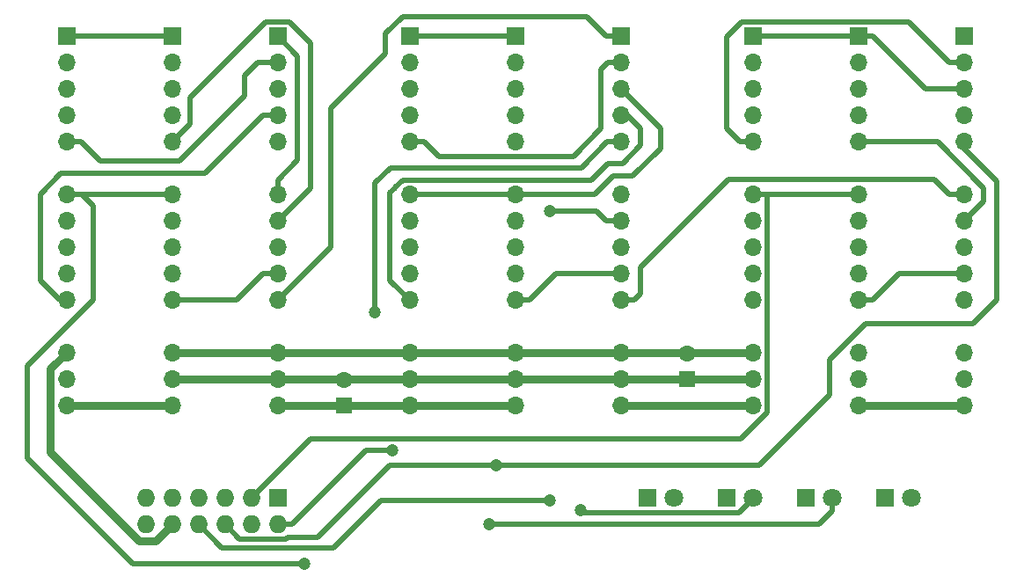
<source format=gbr>
G04 #@! TF.GenerationSoftware,KiCad,Pcbnew,5.0.2+dfsg1-1*
G04 #@! TF.CreationDate,2020-04-17T14:26:07+02:00*
G04 #@! TF.ProjectId,inc-dec,696e632d-6465-4632-9e6b-696361645f70,rev?*
G04 #@! TF.SameCoordinates,Original*
G04 #@! TF.FileFunction,Copper,L1,Top*
G04 #@! TF.FilePolarity,Positive*
%FSLAX46Y46*%
G04 Gerber Fmt 4.6, Leading zero omitted, Abs format (unit mm)*
G04 Created by KiCad (PCBNEW 5.0.2+dfsg1-1) date Fri 17 Apr 2020 02:26:07 PM CEST*
%MOMM*%
%LPD*%
G01*
G04 APERTURE LIST*
G04 #@! TA.AperFunction,ComponentPad*
%ADD10R,1.600000X1.600000*%
G04 #@! TD*
G04 #@! TA.AperFunction,ComponentPad*
%ADD11C,1.600000*%
G04 #@! TD*
G04 #@! TA.AperFunction,ComponentPad*
%ADD12R,1.727200X1.727200*%
G04 #@! TD*
G04 #@! TA.AperFunction,ComponentPad*
%ADD13O,1.727200X1.727200*%
G04 #@! TD*
G04 #@! TA.AperFunction,ComponentPad*
%ADD14R,1.700000X1.700000*%
G04 #@! TD*
G04 #@! TA.AperFunction,ComponentPad*
%ADD15O,1.700000X1.700000*%
G04 #@! TD*
G04 #@! TA.AperFunction,ComponentPad*
%ADD16R,1.800000X1.800000*%
G04 #@! TD*
G04 #@! TA.AperFunction,ComponentPad*
%ADD17C,1.800000*%
G04 #@! TD*
G04 #@! TA.AperFunction,ViaPad*
%ADD18C,1.200000*%
G04 #@! TD*
G04 #@! TA.AperFunction,Conductor*
%ADD19C,0.500000*%
G04 #@! TD*
G04 #@! TA.AperFunction,Conductor*
%ADD20C,0.800000*%
G04 #@! TD*
G04 APERTURE END LIST*
D10*
G04 #@! TO.P,C19,1*
G04 #@! TO.N,/+5V*
X46990000Y-53340000D03*
D11*
G04 #@! TO.P,C19,2*
G04 #@! TO.N,/GND*
X46990000Y-50840000D03*
G04 #@! TD*
G04 #@! TO.P,C20,2*
G04 #@! TO.N,/-5V*
X80010000Y-48300000D03*
D10*
G04 #@! TO.P,C20,1*
G04 #@! TO.N,/GND*
X80010000Y-50800000D03*
G04 #@! TD*
D12*
G04 #@! TO.P,J1,1*
G04 #@! TO.N,/Alo*
X40640000Y-62230000D03*
D13*
G04 #@! TO.P,J1,2*
G04 #@! TO.N,/Ami*
X40640000Y-64770000D03*
G04 #@! TO.P,J1,3*
G04 #@! TO.N,/Ahi*
X38100000Y-62230000D03*
G04 #@! TO.P,J1,4*
G04 #@! TO.N,/Slo*
X38100000Y-64770000D03*
G04 #@! TO.P,J1,5*
G04 #@! TO.N,/Smi*
X35560000Y-62230000D03*
G04 #@! TO.P,J1,6*
G04 #@! TO.N,/Shi*
X35560000Y-64770000D03*
G04 #@! TO.P,J1,7*
G04 #@! TO.N,/OC1*
X33020000Y-62230000D03*
G04 #@! TO.P,J1,8*
G04 #@! TO.N,/FLAG_A*
X33020000Y-64770000D03*
G04 #@! TO.P,J1,9*
G04 #@! TO.N,Net-(J1-Pad9)*
X30480000Y-62230000D03*
G04 #@! TO.P,J1,10*
G04 #@! TO.N,/-5V*
X30480000Y-64770000D03*
G04 #@! TO.P,J1,11*
G04 #@! TO.N,/GND*
X27940000Y-62230000D03*
G04 #@! TO.P,J1,12*
G04 #@! TO.N,/+5V*
X27940000Y-64770000D03*
G04 #@! TD*
D14*
G04 #@! TO.P,U1,1*
G04 #@! TO.N,/Alo*
X20320000Y-17780000D03*
D15*
G04 #@! TO.P,U1,2*
G04 #@! TO.N,Net-(R1-Pad1)*
X20320000Y-20320000D03*
G04 #@! TO.P,U1,3*
G04 #@! TO.N,Net-(R2-Pad1)*
X20320000Y-22860000D03*
G04 #@! TO.P,U1,4*
G04 #@! TO.N,Net-(R3-Pad1)*
X20320000Y-25400000D03*
G04 #@! TO.P,U1,5*
G04 #@! TO.N,Net-(U1-Pad5)*
X20320000Y-27940000D03*
G04 #@! TO.P,U1,6*
G04 #@! TO.N,/Alo*
X20320000Y-33020000D03*
G04 #@! TO.P,U1,7*
G04 #@! TO.N,Net-(R4-Pad1)*
X20320000Y-35560000D03*
G04 #@! TO.P,U1,8*
G04 #@! TO.N,Net-(R5-Pad1)*
X20320000Y-38100000D03*
G04 #@! TO.P,U1,9*
G04 #@! TO.N,Net-(R6-Pad1)*
X20320000Y-40640000D03*
G04 #@! TO.P,U1,10*
G04 #@! TO.N,Net-(U1-Pad10)*
X20320000Y-43180000D03*
G04 #@! TO.P,U1,11*
G04 #@! TO.N,/-5V*
X20320000Y-48260000D03*
G04 #@! TO.P,U1,12*
G04 #@! TO.N,/GND*
X20320000Y-50800000D03*
G04 #@! TO.P,U1,13*
G04 #@! TO.N,/+5V*
X20320000Y-53340000D03*
G04 #@! TD*
D14*
G04 #@! TO.P,U2,1*
G04 #@! TO.N,/Alo*
X30480000Y-17780000D03*
D15*
G04 #@! TO.P,U2,2*
G04 #@! TO.N,Net-(R7-Pad1)*
X30480000Y-20320000D03*
G04 #@! TO.P,U2,3*
G04 #@! TO.N,Net-(R8-Pad1)*
X30480000Y-22860000D03*
G04 #@! TO.P,U2,4*
G04 #@! TO.N,Net-(R9-Pad1)*
X30480000Y-25400000D03*
G04 #@! TO.P,U2,5*
G04 #@! TO.N,Net-(U2-Pad5)*
X30480000Y-27940000D03*
G04 #@! TO.P,U2,6*
G04 #@! TO.N,/Alo*
X30480000Y-33020000D03*
G04 #@! TO.P,U2,7*
G04 #@! TO.N,Net-(R10-Pad1)*
X30480000Y-35560000D03*
G04 #@! TO.P,U2,8*
G04 #@! TO.N,Net-(R11-Pad1)*
X30480000Y-38100000D03*
G04 #@! TO.P,U2,9*
G04 #@! TO.N,Net-(R12-Pad1)*
X30480000Y-40640000D03*
G04 #@! TO.P,U2,10*
G04 #@! TO.N,Net-(U2-Pad10)*
X30480000Y-43180000D03*
G04 #@! TO.P,U2,11*
G04 #@! TO.N,/-5V*
X30480000Y-48260000D03*
G04 #@! TO.P,U2,12*
G04 #@! TO.N,/GND*
X30480000Y-50800000D03*
G04 #@! TO.P,U2,13*
G04 #@! TO.N,/+5V*
X30480000Y-53340000D03*
G04 #@! TD*
G04 #@! TO.P,U3,13*
G04 #@! TO.N,/+5V*
X40640000Y-53340000D03*
G04 #@! TO.P,U3,12*
G04 #@! TO.N,/GND*
X40640000Y-50800000D03*
G04 #@! TO.P,U3,11*
G04 #@! TO.N,/-5V*
X40640000Y-48260000D03*
G04 #@! TO.P,U3,10*
G04 #@! TO.N,/Clo*
X40640000Y-43180000D03*
G04 #@! TO.P,U3,9*
G04 #@! TO.N,Net-(U2-Pad10)*
X40640000Y-40640000D03*
G04 #@! TO.P,U3,8*
G04 #@! TO.N,Net-(R13-Pad1)*
X40640000Y-38100000D03*
G04 #@! TO.P,U3,7*
G04 #@! TO.N,Net-(U2-Pad5)*
X40640000Y-35560000D03*
G04 #@! TO.P,U3,6*
G04 #@! TO.N,/OC1*
X40640000Y-33020000D03*
G04 #@! TO.P,U3,5*
G04 #@! TO.N,/Slo*
X40640000Y-27940000D03*
G04 #@! TO.P,U3,4*
G04 #@! TO.N,Net-(U1-Pad10)*
X40640000Y-25400000D03*
G04 #@! TO.P,U3,3*
G04 #@! TO.N,/Alo*
X40640000Y-22860000D03*
G04 #@! TO.P,U3,2*
G04 #@! TO.N,Net-(U1-Pad5)*
X40640000Y-20320000D03*
D14*
G04 #@! TO.P,U3,1*
G04 #@! TO.N,/OC1*
X40640000Y-17780000D03*
G04 #@! TD*
G04 #@! TO.P,U4,1*
G04 #@! TO.N,/Ami*
X53340000Y-17780000D03*
D15*
G04 #@! TO.P,U4,2*
G04 #@! TO.N,Net-(R14-Pad1)*
X53340000Y-20320000D03*
G04 #@! TO.P,U4,3*
G04 #@! TO.N,Net-(R15-Pad1)*
X53340000Y-22860000D03*
G04 #@! TO.P,U4,4*
G04 #@! TO.N,Net-(R16-Pad1)*
X53340000Y-25400000D03*
G04 #@! TO.P,U4,5*
G04 #@! TO.N,Net-(U4-Pad5)*
X53340000Y-27940000D03*
G04 #@! TO.P,U4,6*
G04 #@! TO.N,/Ami*
X53340000Y-33020000D03*
G04 #@! TO.P,U4,7*
G04 #@! TO.N,Net-(R17-Pad1)*
X53340000Y-35560000D03*
G04 #@! TO.P,U4,8*
G04 #@! TO.N,Net-(R18-Pad1)*
X53340000Y-38100000D03*
G04 #@! TO.P,U4,9*
G04 #@! TO.N,Net-(R19-Pad1)*
X53340000Y-40640000D03*
G04 #@! TO.P,U4,10*
G04 #@! TO.N,Net-(U4-Pad10)*
X53340000Y-43180000D03*
G04 #@! TO.P,U4,11*
G04 #@! TO.N,/-5V*
X53340000Y-48260000D03*
G04 #@! TO.P,U4,12*
G04 #@! TO.N,/GND*
X53340000Y-50800000D03*
G04 #@! TO.P,U4,13*
G04 #@! TO.N,/+5V*
X53340000Y-53340000D03*
G04 #@! TD*
G04 #@! TO.P,U5,13*
G04 #@! TO.N,/+5V*
X63500000Y-53340000D03*
G04 #@! TO.P,U5,12*
G04 #@! TO.N,/GND*
X63500000Y-50800000D03*
G04 #@! TO.P,U5,11*
G04 #@! TO.N,/-5V*
X63500000Y-48260000D03*
G04 #@! TO.P,U5,10*
G04 #@! TO.N,Net-(U5-Pad10)*
X63500000Y-43180000D03*
G04 #@! TO.P,U5,9*
G04 #@! TO.N,Net-(R25-Pad1)*
X63500000Y-40640000D03*
G04 #@! TO.P,U5,8*
G04 #@! TO.N,Net-(R24-Pad1)*
X63500000Y-38100000D03*
G04 #@! TO.P,U5,7*
G04 #@! TO.N,Net-(R23-Pad1)*
X63500000Y-35560000D03*
G04 #@! TO.P,U5,6*
G04 #@! TO.N,/Ami*
X63500000Y-33020000D03*
G04 #@! TO.P,U5,5*
G04 #@! TO.N,Net-(U5-Pad5)*
X63500000Y-27940000D03*
G04 #@! TO.P,U5,4*
G04 #@! TO.N,Net-(R22-Pad1)*
X63500000Y-25400000D03*
G04 #@! TO.P,U5,3*
G04 #@! TO.N,Net-(R21-Pad1)*
X63500000Y-22860000D03*
G04 #@! TO.P,U5,2*
G04 #@! TO.N,Net-(R20-Pad1)*
X63500000Y-20320000D03*
D14*
G04 #@! TO.P,U5,1*
G04 #@! TO.N,/Ami*
X63500000Y-17780000D03*
G04 #@! TD*
G04 #@! TO.P,U6,1*
G04 #@! TO.N,/Clo*
X73660000Y-17780000D03*
D15*
G04 #@! TO.P,U6,2*
G04 #@! TO.N,Net-(U4-Pad5)*
X73660000Y-20320000D03*
G04 #@! TO.P,U6,3*
G04 #@! TO.N,/Ami*
X73660000Y-22860000D03*
G04 #@! TO.P,U6,4*
G04 #@! TO.N,Net-(U4-Pad10)*
X73660000Y-25400000D03*
G04 #@! TO.P,U6,5*
G04 #@! TO.N,/Smi*
X73660000Y-27940000D03*
G04 #@! TO.P,U6,6*
G04 #@! TO.N,/Clo*
X73660000Y-33020000D03*
G04 #@! TO.P,U6,7*
G04 #@! TO.N,Net-(U5-Pad5)*
X73660000Y-35560000D03*
G04 #@! TO.P,U6,8*
G04 #@! TO.N,Net-(R26-Pad1)*
X73660000Y-38100000D03*
G04 #@! TO.P,U6,9*
G04 #@! TO.N,Net-(U5-Pad10)*
X73660000Y-40640000D03*
G04 #@! TO.P,U6,10*
G04 #@! TO.N,/Cmi*
X73660000Y-43180000D03*
G04 #@! TO.P,U6,11*
G04 #@! TO.N,/-5V*
X73660000Y-48260000D03*
G04 #@! TO.P,U6,12*
G04 #@! TO.N,/GND*
X73660000Y-50800000D03*
G04 #@! TO.P,U6,13*
G04 #@! TO.N,/+5V*
X73660000Y-53340000D03*
G04 #@! TD*
G04 #@! TO.P,U7,13*
G04 #@! TO.N,/+5V*
X86360000Y-53340000D03*
G04 #@! TO.P,U7,12*
G04 #@! TO.N,/GND*
X86360000Y-50800000D03*
G04 #@! TO.P,U7,11*
G04 #@! TO.N,/-5V*
X86360000Y-48260000D03*
G04 #@! TO.P,U7,10*
G04 #@! TO.N,Net-(U7-Pad10)*
X86360000Y-43180000D03*
G04 #@! TO.P,U7,9*
G04 #@! TO.N,Net-(R32-Pad1)*
X86360000Y-40640000D03*
G04 #@! TO.P,U7,8*
G04 #@! TO.N,Net-(R31-Pad1)*
X86360000Y-38100000D03*
G04 #@! TO.P,U7,7*
G04 #@! TO.N,Net-(R30-Pad1)*
X86360000Y-35560000D03*
G04 #@! TO.P,U7,6*
G04 #@! TO.N,/Ahi*
X86360000Y-33020000D03*
G04 #@! TO.P,U7,5*
G04 #@! TO.N,Net-(U7-Pad5)*
X86360000Y-27940000D03*
G04 #@! TO.P,U7,4*
G04 #@! TO.N,Net-(R29-Pad1)*
X86360000Y-25400000D03*
G04 #@! TO.P,U7,3*
G04 #@! TO.N,Net-(R28-Pad1)*
X86360000Y-22860000D03*
G04 #@! TO.P,U7,2*
G04 #@! TO.N,Net-(R27-Pad1)*
X86360000Y-20320000D03*
D14*
G04 #@! TO.P,U7,1*
G04 #@! TO.N,/Ahi*
X86360000Y-17780000D03*
G04 #@! TD*
G04 #@! TO.P,U8,1*
G04 #@! TO.N,/Ahi*
X96520000Y-17780000D03*
D15*
G04 #@! TO.P,U8,2*
G04 #@! TO.N,Net-(R33-Pad1)*
X96520000Y-20320000D03*
G04 #@! TO.P,U8,3*
G04 #@! TO.N,Net-(R34-Pad1)*
X96520000Y-22860000D03*
G04 #@! TO.P,U8,4*
G04 #@! TO.N,Net-(R35-Pad1)*
X96520000Y-25400000D03*
G04 #@! TO.P,U8,5*
G04 #@! TO.N,Net-(U8-Pad5)*
X96520000Y-27940000D03*
G04 #@! TO.P,U8,6*
G04 #@! TO.N,/Ahi*
X96520000Y-33020000D03*
G04 #@! TO.P,U8,7*
G04 #@! TO.N,Net-(R36-Pad1)*
X96520000Y-35560000D03*
G04 #@! TO.P,U8,8*
G04 #@! TO.N,Net-(R37-Pad1)*
X96520000Y-38100000D03*
G04 #@! TO.P,U8,9*
G04 #@! TO.N,Net-(R38-Pad1)*
X96520000Y-40640000D03*
G04 #@! TO.P,U8,10*
G04 #@! TO.N,Net-(U8-Pad10)*
X96520000Y-43180000D03*
G04 #@! TO.P,U8,11*
G04 #@! TO.N,/-5V*
X96520000Y-48260000D03*
G04 #@! TO.P,U8,12*
G04 #@! TO.N,/GND*
X96520000Y-50800000D03*
G04 #@! TO.P,U8,13*
G04 #@! TO.N,/+5V*
X96520000Y-53340000D03*
G04 #@! TD*
G04 #@! TO.P,U9,13*
G04 #@! TO.N,/+5V*
X106680000Y-53340000D03*
G04 #@! TO.P,U9,12*
G04 #@! TO.N,/GND*
X106680000Y-50800000D03*
G04 #@! TO.P,U9,11*
G04 #@! TO.N,/-5V*
X106680000Y-48260000D03*
G04 #@! TO.P,U9,10*
G04 #@! TO.N,/FLAG_A*
X106680000Y-43180000D03*
G04 #@! TO.P,U9,9*
G04 #@! TO.N,Net-(U8-Pad10)*
X106680000Y-40640000D03*
G04 #@! TO.P,U9,8*
G04 #@! TO.N,Net-(R39-Pad1)*
X106680000Y-38100000D03*
G04 #@! TO.P,U9,7*
G04 #@! TO.N,Net-(U8-Pad5)*
X106680000Y-35560000D03*
G04 #@! TO.P,U9,6*
G04 #@! TO.N,/Cmi*
X106680000Y-33020000D03*
G04 #@! TO.P,U9,5*
G04 #@! TO.N,/Shi*
X106680000Y-27940000D03*
G04 #@! TO.P,U9,4*
G04 #@! TO.N,Net-(U7-Pad10)*
X106680000Y-25400000D03*
G04 #@! TO.P,U9,3*
G04 #@! TO.N,/Ahi*
X106680000Y-22860000D03*
G04 #@! TO.P,U9,2*
G04 #@! TO.N,Net-(U7-Pad5)*
X106680000Y-20320000D03*
D14*
G04 #@! TO.P,U9,1*
G04 #@! TO.N,/Cmi*
X106680000Y-17780000D03*
G04 #@! TD*
D16*
G04 #@! TO.P,D1,1*
G04 #@! TO.N,Net-(D1-Pad1)*
X99060000Y-62230000D03*
D17*
G04 #@! TO.P,D1,2*
G04 #@! TO.N,Net-(D1-Pad2)*
X101600000Y-62230000D03*
G04 #@! TD*
G04 #@! TO.P,D2,2*
G04 #@! TO.N,Net-(D2-Pad2)*
X93980000Y-62230000D03*
D16*
G04 #@! TO.P,D2,1*
G04 #@! TO.N,Net-(D2-Pad1)*
X91440000Y-62230000D03*
G04 #@! TD*
G04 #@! TO.P,D3,1*
G04 #@! TO.N,Net-(D3-Pad1)*
X83820000Y-62230000D03*
D17*
G04 #@! TO.P,D3,2*
G04 #@! TO.N,Net-(D3-Pad2)*
X86360000Y-62230000D03*
G04 #@! TD*
G04 #@! TO.P,D4,2*
G04 #@! TO.N,Net-(D4-Pad2)*
X78740000Y-62230000D03*
D16*
G04 #@! TO.P,D4,1*
G04 #@! TO.N,Net-(D4-Pad1)*
X76200000Y-62230000D03*
G04 #@! TD*
D18*
G04 #@! TO.N,Net-(D2-Pad2)*
X60960010Y-64770000D03*
G04 #@! TO.N,Net-(D3-Pad2)*
X69754200Y-63437500D03*
G04 #@! TO.N,/Alo*
X43180000Y-68580000D03*
G04 #@! TO.N,/Ami*
X51659800Y-57676200D03*
G04 #@! TO.N,/Smi*
X49980400Y-44339900D03*
G04 #@! TO.N,/Shi*
X61634300Y-59077000D03*
G04 #@! TO.N,/FLAG_A*
X66848900Y-62490200D03*
G04 #@! TO.N,Net-(U5-Pad5)*
X66798900Y-34652200D03*
G04 #@! TD*
D19*
G04 #@! TO.N,Net-(D2-Pad2)*
X93980000Y-62230000D02*
X93980000Y-63502792D01*
X93980000Y-63502792D02*
X92712792Y-64770000D01*
X61808538Y-64770000D02*
X60960010Y-64770000D01*
X92712792Y-64770000D02*
X61808538Y-64770000D01*
G04 #@! TO.N,Net-(D3-Pad2)*
X86360000Y-62230000D02*
X86360000Y-62320200D01*
X86360000Y-62320200D02*
X84999800Y-63680400D01*
X84999800Y-63680400D02*
X69997100Y-63680400D01*
X69997100Y-63680400D02*
X69754200Y-63437500D01*
G04 #@! TO.N,/Alo*
X21748700Y-33020000D02*
X30480000Y-33020000D01*
X20320000Y-33020000D02*
X21748700Y-33020000D01*
X30480000Y-17780000D02*
X20320000Y-17780000D01*
X26670000Y-68580000D02*
X42331472Y-68580000D01*
X22860000Y-34131300D02*
X22860000Y-43180000D01*
X21748700Y-33020000D02*
X22860000Y-34131300D01*
X42331472Y-68580000D02*
X43180000Y-68580000D01*
X22860000Y-43180000D02*
X16510000Y-49530000D01*
X16510000Y-49530000D02*
X16510000Y-58420000D01*
X16510000Y-58420000D02*
X26670000Y-68580000D01*
G04 #@! TO.N,/Ami*
X42053900Y-64770000D02*
X49147700Y-57676200D01*
X49147700Y-57676200D02*
X51659800Y-57676200D01*
X63500000Y-33020000D02*
X53340000Y-33020000D01*
X40640000Y-64770000D02*
X42053900Y-64770000D01*
X63500000Y-17780000D02*
X53340000Y-17780000D01*
X77470000Y-26670000D02*
X74509999Y-23709999D01*
X74509999Y-23709999D02*
X73660000Y-22860000D01*
X63500000Y-33020000D02*
X71146000Y-33020000D01*
X72946600Y-31219400D02*
X74825600Y-31219400D01*
X71146000Y-33020000D02*
X72946600Y-31219400D01*
X77470000Y-28575000D02*
X77470000Y-26670000D01*
X74825600Y-31219400D02*
X77470000Y-28575000D01*
G04 #@! TO.N,/Ahi*
X87760300Y-33020000D02*
X87760300Y-53980000D01*
X87760300Y-53980000D02*
X85214400Y-56525900D01*
X85214400Y-56525900D02*
X43804100Y-56525900D01*
X43804100Y-56525900D02*
X38100000Y-62230000D01*
X96520000Y-17780000D02*
X97920300Y-17780000D01*
X106680000Y-22860000D02*
X103000300Y-22860000D01*
X103000300Y-22860000D02*
X97920300Y-17780000D01*
X95119700Y-33020000D02*
X87760300Y-33020000D01*
X86360000Y-33020000D02*
X87760300Y-33020000D01*
X96520000Y-33020000D02*
X95119700Y-33020000D01*
X86360000Y-17780000D02*
X96520000Y-17780000D01*
G04 #@! TO.N,/Smi*
X49980400Y-31934600D02*
X49980400Y-44339900D01*
X51464800Y-30450200D02*
X49980400Y-31934600D01*
X69850000Y-30450200D02*
X51464800Y-30450200D01*
X73660000Y-27940000D02*
X72360200Y-27940000D01*
X72360200Y-27940000D02*
X69850000Y-30450200D01*
G04 #@! TO.N,/Shi*
X51413000Y-59077000D02*
X44450000Y-66040000D01*
X61634300Y-59077000D02*
X51413000Y-59077000D01*
X36974000Y-66184000D02*
X35560000Y-64770000D01*
X44450000Y-66040000D02*
X41600300Y-66040000D01*
X41600300Y-66040000D02*
X41456300Y-66184000D01*
X41456300Y-66184000D02*
X36974000Y-66184000D01*
X106680000Y-28575000D02*
X106680000Y-27940000D01*
X109855000Y-31750000D02*
X106680000Y-28575000D01*
X86973000Y-59077000D02*
X93759500Y-52290500D01*
X107540400Y-45494600D02*
X109855000Y-43180000D01*
X61634300Y-59077000D02*
X86973000Y-59077000D01*
X93759500Y-48970900D02*
X97235800Y-45494600D01*
X93759500Y-52290500D02*
X93759500Y-48970900D01*
X109855000Y-43180000D02*
X109855000Y-31750000D01*
X97235800Y-45494600D02*
X107540400Y-45494600D01*
G04 #@! TO.N,/OC1*
X40640000Y-31619700D02*
X40640000Y-33020000D01*
X40640000Y-17780000D02*
X42545000Y-19685000D01*
X42545000Y-19685000D02*
X42545000Y-29714700D01*
X42545000Y-29714700D02*
X40640000Y-31619700D01*
G04 #@! TO.N,/FLAG_A*
X35279600Y-67029600D02*
X33020000Y-64770000D01*
X46000400Y-67029600D02*
X35279600Y-67029600D01*
X66848900Y-62490200D02*
X50539800Y-62490200D01*
X50539800Y-62490200D02*
X46000400Y-67029600D01*
D20*
G04 #@! TO.N,/-5V*
X42190300Y-48260000D02*
X51789700Y-48260000D01*
X40640000Y-48260000D02*
X42190300Y-48260000D01*
X53340000Y-48260000D02*
X51789700Y-48260000D01*
X63500000Y-48260000D02*
X53340000Y-48260000D01*
X80010000Y-48280000D02*
X84789700Y-48280000D01*
X84789700Y-48280000D02*
X84809700Y-48260000D01*
X73660000Y-48260000D02*
X79990000Y-48260000D01*
X79990000Y-48260000D02*
X80010000Y-48280000D01*
X80010000Y-48300000D02*
X80010000Y-48280000D01*
X86360000Y-48260000D02*
X84809700Y-48260000D01*
X63500000Y-48260000D02*
X72109700Y-48260000D01*
X73660000Y-48260000D02*
X72109700Y-48260000D01*
X40640000Y-48260000D02*
X39089700Y-48260000D01*
X39089700Y-48260000D02*
X30480000Y-48260000D01*
X30480000Y-64770000D02*
X28897000Y-66353000D01*
X28897000Y-66353000D02*
X27261900Y-66353000D01*
X27261900Y-66353000D02*
X18768400Y-57859500D01*
X18768400Y-57859500D02*
X18768400Y-49811600D01*
X18768400Y-49811600D02*
X20320000Y-48260000D01*
G04 #@! TO.N,/GND*
X46990000Y-50810000D02*
X42200300Y-50810000D01*
X42200300Y-50810000D02*
X42190300Y-50800000D01*
X53340000Y-50800000D02*
X47000000Y-50800000D01*
X47000000Y-50800000D02*
X46990000Y-50810000D01*
X46990000Y-50810000D02*
X46990000Y-50840000D01*
X40640000Y-50800000D02*
X42190300Y-50800000D01*
X40640000Y-50800000D02*
X30480000Y-50800000D01*
X73660000Y-50800000D02*
X63500000Y-50800000D01*
X80010000Y-50800000D02*
X73660000Y-50800000D01*
X53340000Y-50800000D02*
X63500000Y-50800000D01*
X86360000Y-50800000D02*
X80010000Y-50800000D01*
G04 #@! TO.N,/+5V*
X53340000Y-53340000D02*
X63500000Y-53340000D01*
X46990000Y-53340000D02*
X53340000Y-53340000D01*
X73660000Y-53340000D02*
X86360000Y-53340000D01*
X30480000Y-53340000D02*
X20320000Y-53340000D01*
X96520000Y-53340000D02*
X106680000Y-53340000D01*
X46990000Y-53340000D02*
X40640000Y-53340000D01*
D19*
G04 #@! TO.N,Net-(U1-Pad5)*
X21720300Y-27940000D02*
X20320000Y-27940000D01*
X23566543Y-29786243D02*
X21720300Y-27940000D01*
X38735000Y-20320000D02*
X37465000Y-21590000D01*
X37465000Y-21590000D02*
X37465000Y-23495000D01*
X31173757Y-29786243D02*
X23566543Y-29786243D01*
X40640000Y-20320000D02*
X38735000Y-20320000D01*
X37465000Y-23495000D02*
X31173757Y-29786243D01*
G04 #@! TO.N,Net-(U1-Pad10)*
X19685000Y-43180000D02*
X20320000Y-43180000D01*
X39239700Y-25400000D02*
X33634000Y-31005700D01*
X40640000Y-25400000D02*
X39239700Y-25400000D01*
X33634000Y-31005700D02*
X19794300Y-31005700D01*
X17780000Y-33020000D02*
X17780000Y-41275000D01*
X17780000Y-41275000D02*
X19685000Y-43180000D01*
X19794300Y-31005700D02*
X17780000Y-33020000D01*
G04 #@! TO.N,Net-(U2-Pad5)*
X32180700Y-26239300D02*
X31329999Y-27090001D01*
X32180700Y-23718700D02*
X32180700Y-26239300D01*
X43815000Y-32385000D02*
X43815000Y-18461600D01*
X40640000Y-35560000D02*
X43815000Y-32385000D01*
X39519800Y-16379600D02*
X32180700Y-23718700D01*
X41733000Y-16379600D02*
X39519800Y-16379600D01*
X31329999Y-27090001D02*
X30480000Y-27940000D01*
X43815000Y-18461600D02*
X41733000Y-16379600D01*
G04 #@! TO.N,Net-(U2-Pad10)*
X31880300Y-43180000D02*
X36699700Y-43180000D01*
X36699700Y-43180000D02*
X39239700Y-40640000D01*
X30480000Y-43180000D02*
X31880300Y-43180000D01*
X40640000Y-40640000D02*
X39239700Y-40640000D01*
G04 #@! TO.N,/Clo*
X52677400Y-15875000D02*
X70354700Y-15875000D01*
X70354700Y-15875000D02*
X72259700Y-17780000D01*
X40640000Y-43180000D02*
X45720000Y-38100000D01*
X51028200Y-19432000D02*
X51028200Y-17524200D01*
X72259700Y-17780000D02*
X73660000Y-17780000D01*
X45720000Y-24740200D02*
X51028200Y-19432000D01*
X45720000Y-38100000D02*
X45720000Y-24740200D01*
X51028200Y-17524200D02*
X52677400Y-15875000D01*
G04 #@! TO.N,Net-(U4-Pad5)*
X54740300Y-27940000D02*
X53340000Y-27940000D01*
X56140600Y-29340300D02*
X54740300Y-27940000D01*
X72390000Y-20320000D02*
X71755000Y-20955000D01*
X71755000Y-20955000D02*
X71755000Y-26670000D01*
X73660000Y-20320000D02*
X72390000Y-20320000D01*
X69084700Y-29340300D02*
X56140600Y-29340300D01*
X71755000Y-26670000D02*
X69084700Y-29340300D01*
G04 #@! TO.N,Net-(U4-Pad10)*
X51435000Y-32852998D02*
X51435000Y-41275000D01*
X75565000Y-28283229D02*
X73829129Y-30019100D01*
X51435000Y-41275000D02*
X53340000Y-43180000D01*
X75565000Y-26670000D02*
X75565000Y-28283229D01*
X73829129Y-30019100D02*
X72416800Y-30019100D01*
X52835300Y-31619700D02*
X52835001Y-31619999D01*
X73660000Y-25400000D02*
X74295000Y-25400000D01*
X51939999Y-32385000D02*
X51902998Y-32385000D01*
X72416800Y-30019100D02*
X70816200Y-31619700D01*
X70816200Y-31619700D02*
X52835300Y-31619700D01*
X51902998Y-32385000D02*
X51435000Y-32852998D01*
X52835001Y-31619999D02*
X52667999Y-31619999D01*
X74295000Y-25400000D02*
X75565000Y-26670000D01*
X52667999Y-31619999D02*
X51939999Y-32347999D01*
X51939999Y-32347999D02*
X51939999Y-32385000D01*
G04 #@! TO.N,Net-(U5-Pad10)*
X63500000Y-43180000D02*
X64900300Y-43180000D01*
X64900300Y-43180000D02*
X67440300Y-40640000D01*
X67440300Y-40640000D02*
X73660000Y-40640000D01*
G04 #@! TO.N,Net-(U5-Pad5)*
X73660000Y-35560000D02*
X72259700Y-35560000D01*
X66798900Y-34652200D02*
X71351900Y-34652200D01*
X71351900Y-34652200D02*
X72259700Y-35560000D01*
G04 #@! TO.N,/Cmi*
X74930000Y-43180000D02*
X73660000Y-43180000D01*
X75565000Y-42545000D02*
X74930000Y-43180000D01*
X106680000Y-33020000D02*
X105279700Y-33020000D01*
X103850900Y-31591200D02*
X83978800Y-31591200D01*
X83978800Y-31591200D02*
X75565000Y-40005000D01*
X105279700Y-33020000D02*
X103850900Y-31591200D01*
X75565000Y-40005000D02*
X75565000Y-42545000D01*
G04 #@! TO.N,Net-(U7-Pad5)*
X85090000Y-27940000D02*
X86360000Y-27940000D01*
X83820000Y-26670000D02*
X85090000Y-27940000D01*
X105279700Y-20320000D02*
X101339400Y-16379700D01*
X106680000Y-20320000D02*
X105279700Y-20320000D01*
X101339400Y-16379700D02*
X85276800Y-16379700D01*
X83820000Y-17836500D02*
X83820000Y-26670000D01*
X85276800Y-16379700D02*
X83820000Y-17836500D01*
G04 #@! TO.N,Net-(U8-Pad5)*
X104140000Y-27940000D02*
X96520000Y-27940000D01*
X108585000Y-32385000D02*
X104140000Y-27940000D01*
X106680000Y-35560000D02*
X108585000Y-33655000D01*
X108585000Y-33655000D02*
X108585000Y-32385000D01*
G04 #@! TO.N,Net-(U8-Pad10)*
X96520000Y-43180000D02*
X97920300Y-43180000D01*
X105279700Y-40640000D02*
X100460300Y-40640000D01*
X100460300Y-40640000D02*
X97920300Y-43180000D01*
X106680000Y-40640000D02*
X105279700Y-40640000D01*
G04 #@! TD*
M02*

</source>
